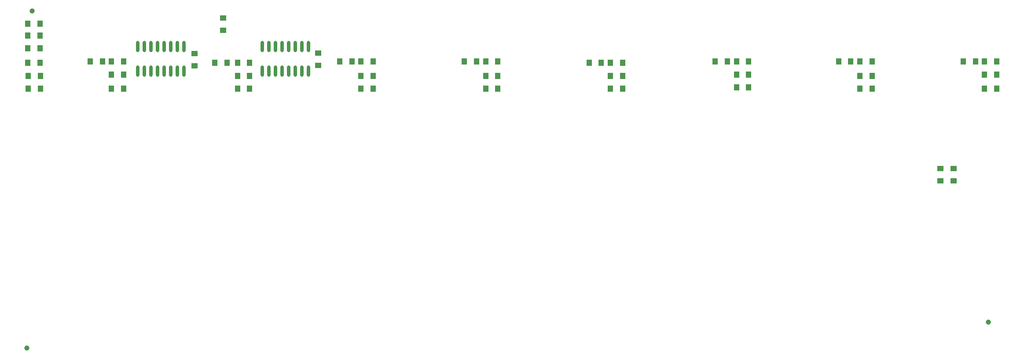
<source format=gtp>
%FSLAX42Y42*%
%MOMM*%
G71*
G01*
G75*
G04 Layer_Color=8421504*
%ADD10C,1.00*%
%ADD11R,1.05X1.30*%
%ADD12R,1.30X1.05*%
%ADD13O,0.60X2.20*%
%ADD14C,0.25*%
%ADD15R,1.50X1.50*%
%ADD16C,1.50*%
%ADD17C,3.81*%
%ADD18C,0.61*%
%ADD19C,0.76*%
%ADD20C,0.25*%
%ADD21C,0.20*%
%ADD22C,0.20*%
%ADD23C,0.15*%
D10*
X19600Y900D02*
D03*
X1100Y400D02*
D03*
X1200Y6900D02*
D03*
D11*
X10160Y5400D02*
D03*
X9925D02*
D03*
X7525Y5649D02*
D03*
X7760D02*
D03*
X1350Y5901D02*
D03*
X1115D02*
D03*
X1350Y6176D02*
D03*
X1115D02*
D03*
X1350Y6426D02*
D03*
X1115D02*
D03*
X1350Y6651D02*
D03*
X1115D02*
D03*
X7760Y5400D02*
D03*
X7525D02*
D03*
X4715Y5900D02*
D03*
X4950D02*
D03*
X7115Y5925D02*
D03*
X7350D02*
D03*
X9515D02*
D03*
X9750D02*
D03*
X11915Y5900D02*
D03*
X12150D02*
D03*
X14340Y5925D02*
D03*
X14575D02*
D03*
X16715Y5925D02*
D03*
X16950D02*
D03*
X19115Y5925D02*
D03*
X19350D02*
D03*
X1360Y5400D02*
D03*
X1125D02*
D03*
X2960D02*
D03*
X2725D02*
D03*
X2315Y5925D02*
D03*
X2550D02*
D03*
X2725Y5924D02*
D03*
X2960D02*
D03*
X5150Y5899D02*
D03*
X5385D02*
D03*
X14750Y5674D02*
D03*
X14985D02*
D03*
X9925Y5924D02*
D03*
X10160D02*
D03*
X12325Y5899D02*
D03*
X12560D02*
D03*
X14750Y5924D02*
D03*
X14985D02*
D03*
X17125D02*
D03*
X17360D02*
D03*
X19525D02*
D03*
X19760D02*
D03*
X1125Y5649D02*
D03*
X1360D02*
D03*
X7525Y5924D02*
D03*
X7760D02*
D03*
X5150Y5649D02*
D03*
X5385D02*
D03*
X2725Y5674D02*
D03*
X2960D02*
D03*
X5385Y5400D02*
D03*
X5150D02*
D03*
X9925Y5649D02*
D03*
X10160D02*
D03*
X19525Y5674D02*
D03*
X19760D02*
D03*
X19760Y5400D02*
D03*
X19525D02*
D03*
X17125Y5649D02*
D03*
X17360D02*
D03*
X17360Y5400D02*
D03*
X17125D02*
D03*
X14985Y5425D02*
D03*
X14750D02*
D03*
X12325Y5649D02*
D03*
X12560D02*
D03*
X12560Y5400D02*
D03*
X12325D02*
D03*
D12*
X4324Y5840D02*
D03*
Y6075D02*
D03*
X18676Y3625D02*
D03*
Y3860D02*
D03*
X6701Y6085D02*
D03*
Y5850D02*
D03*
X4876Y6525D02*
D03*
Y6760D02*
D03*
X18926Y3625D02*
D03*
Y3860D02*
D03*
D13*
X4120Y6215D02*
D03*
X3993D02*
D03*
X3866D02*
D03*
X3739D02*
D03*
X3612D02*
D03*
X3485D02*
D03*
X3358D02*
D03*
X3231D02*
D03*
X4120Y5735D02*
D03*
X3993D02*
D03*
X3866D02*
D03*
X3739D02*
D03*
X3612D02*
D03*
X3485D02*
D03*
X3358D02*
D03*
X3231D02*
D03*
X5631D02*
D03*
X5758D02*
D03*
X5885D02*
D03*
X6012D02*
D03*
X6139D02*
D03*
X6266D02*
D03*
X6393D02*
D03*
X6520D02*
D03*
X5631Y6215D02*
D03*
X5758D02*
D03*
X5885D02*
D03*
X6012D02*
D03*
X6139D02*
D03*
X6266D02*
D03*
X6393D02*
D03*
X6520D02*
D03*
M02*

</source>
